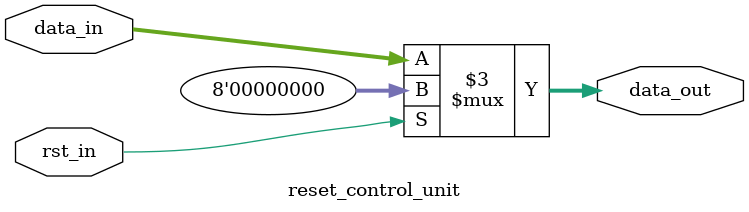
<source format=sv>
module and_gate_8bit_reset (
    input wire [7:0] a,    // 8-bit input A
    input wire [7:0] b,    // 8-bit input B
    input wire rst,        // Reset signal
    output wire [7:0] y    // 8-bit output Y
);
    wire [7:0] and_result;
    
    // Instantiate the basic AND operation module
    and_operation_unit and_unit (
        .a_in(a),
        .b_in(b),
        .result_out(and_result)
    );
    
    // Instantiate the reset control module
    reset_control_unit reset_unit (
        .data_in(and_result),
        .rst_in(rst),
        .data_out(y)
    );
endmodule

// Submodule for basic AND operation
module and_operation_unit (
    input wire [7:0] a_in,      // 8-bit input A
    input wire [7:0] b_in,      // 8-bit input B
    output wire [7:0] result_out // 8-bit AND result
);
    assign result_out = a_in & b_in;
endmodule

// Submodule for reset control logic
module reset_control_unit (
    input wire [7:0] data_in,   // Input data
    input wire rst_in,          // Reset signal
    output reg [7:0] data_out   // Output data with reset applied
);
    always @(*) begin
        if (rst_in)
            data_out = 8'b00000000;
        else
            data_out = data_in;
    end
endmodule
</source>
